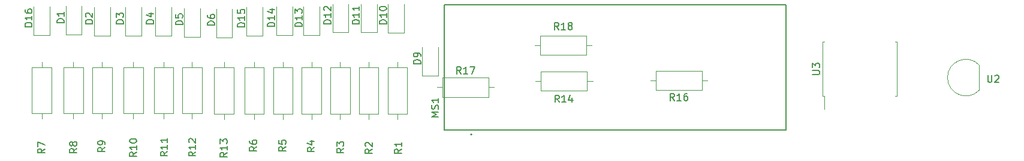
<source format=gbr>
%TF.GenerationSoftware,KiCad,Pcbnew,7.0.9*%
%TF.CreationDate,2025-01-11T11:52:04-05:00*%
%TF.ProjectId,PropellerClock,50726f70-656c-46c6-9572-436c6f636b2e,rev?*%
%TF.SameCoordinates,Original*%
%TF.FileFunction,Legend,Top*%
%TF.FilePolarity,Positive*%
%FSLAX46Y46*%
G04 Gerber Fmt 4.6, Leading zero omitted, Abs format (unit mm)*
G04 Created by KiCad (PCBNEW 7.0.9) date 2025-01-11 11:52:04*
%MOMM*%
%LPD*%
G01*
G04 APERTURE LIST*
%ADD10C,0.150000*%
%ADD11C,0.120000*%
%ADD12C,0.127000*%
%ADD13C,0.200000*%
G04 APERTURE END LIST*
D10*
X130604419Y-96940666D02*
X130128228Y-97273999D01*
X130604419Y-97512094D02*
X129604419Y-97512094D01*
X129604419Y-97512094D02*
X129604419Y-97131142D01*
X129604419Y-97131142D02*
X129652038Y-97035904D01*
X129652038Y-97035904D02*
X129699657Y-96988285D01*
X129699657Y-96988285D02*
X129794895Y-96940666D01*
X129794895Y-96940666D02*
X129937752Y-96940666D01*
X129937752Y-96940666D02*
X130032990Y-96988285D01*
X130032990Y-96988285D02*
X130080609Y-97035904D01*
X130080609Y-97035904D02*
X130128228Y-97131142D01*
X130128228Y-97131142D02*
X130128228Y-97512094D01*
X130604419Y-95988285D02*
X130604419Y-96559713D01*
X130604419Y-96273999D02*
X129604419Y-96273999D01*
X129604419Y-96273999D02*
X129747276Y-96369237D01*
X129747276Y-96369237D02*
X129842514Y-96464475D01*
X129842514Y-96464475D02*
X129890133Y-96559713D01*
X78402219Y-79547885D02*
X77402219Y-79547885D01*
X77402219Y-79547885D02*
X77402219Y-79309790D01*
X77402219Y-79309790D02*
X77449838Y-79166933D01*
X77449838Y-79166933D02*
X77545076Y-79071695D01*
X77545076Y-79071695D02*
X77640314Y-79024076D01*
X77640314Y-79024076D02*
X77830790Y-78976457D01*
X77830790Y-78976457D02*
X77973647Y-78976457D01*
X77973647Y-78976457D02*
X78164123Y-79024076D01*
X78164123Y-79024076D02*
X78259361Y-79071695D01*
X78259361Y-79071695D02*
X78354600Y-79166933D01*
X78354600Y-79166933D02*
X78402219Y-79309790D01*
X78402219Y-79309790D02*
X78402219Y-79547885D01*
X78402219Y-78024076D02*
X78402219Y-78595504D01*
X78402219Y-78309790D02*
X77402219Y-78309790D01*
X77402219Y-78309790D02*
X77545076Y-78405028D01*
X77545076Y-78405028D02*
X77640314Y-78500266D01*
X77640314Y-78500266D02*
X77687933Y-78595504D01*
X77402219Y-77166933D02*
X77402219Y-77357409D01*
X77402219Y-77357409D02*
X77449838Y-77452647D01*
X77449838Y-77452647D02*
X77497457Y-77500266D01*
X77497457Y-77500266D02*
X77640314Y-77595504D01*
X77640314Y-77595504D02*
X77830790Y-77643123D01*
X77830790Y-77643123D02*
X78211742Y-77643123D01*
X78211742Y-77643123D02*
X78306980Y-77595504D01*
X78306980Y-77595504D02*
X78354600Y-77547885D01*
X78354600Y-77547885D02*
X78402219Y-77452647D01*
X78402219Y-77452647D02*
X78402219Y-77262171D01*
X78402219Y-77262171D02*
X78354600Y-77166933D01*
X78354600Y-77166933D02*
X78306980Y-77119314D01*
X78306980Y-77119314D02*
X78211742Y-77071695D01*
X78211742Y-77071695D02*
X77973647Y-77071695D01*
X77973647Y-77071695D02*
X77878409Y-77119314D01*
X77878409Y-77119314D02*
X77830790Y-77166933D01*
X77830790Y-77166933D02*
X77783171Y-77262171D01*
X77783171Y-77262171D02*
X77783171Y-77452647D01*
X77783171Y-77452647D02*
X77830790Y-77547885D01*
X77830790Y-77547885D02*
X77878409Y-77595504D01*
X77878409Y-77595504D02*
X77973647Y-77643123D01*
X152849342Y-90294619D02*
X152516009Y-89818428D01*
X152277914Y-90294619D02*
X152277914Y-89294619D01*
X152277914Y-89294619D02*
X152658866Y-89294619D01*
X152658866Y-89294619D02*
X152754104Y-89342238D01*
X152754104Y-89342238D02*
X152801723Y-89389857D01*
X152801723Y-89389857D02*
X152849342Y-89485095D01*
X152849342Y-89485095D02*
X152849342Y-89627952D01*
X152849342Y-89627952D02*
X152801723Y-89723190D01*
X152801723Y-89723190D02*
X152754104Y-89770809D01*
X152754104Y-89770809D02*
X152658866Y-89818428D01*
X152658866Y-89818428D02*
X152277914Y-89818428D01*
X153801723Y-90294619D02*
X153230295Y-90294619D01*
X153516009Y-90294619D02*
X153516009Y-89294619D01*
X153516009Y-89294619D02*
X153420771Y-89437476D01*
X153420771Y-89437476D02*
X153325533Y-89532714D01*
X153325533Y-89532714D02*
X153230295Y-89580333D01*
X154658866Y-89627952D02*
X154658866Y-90294619D01*
X154420771Y-89247000D02*
X154182676Y-89961285D01*
X154182676Y-89961285D02*
X154801723Y-89961285D01*
X91323019Y-79122494D02*
X90323019Y-79122494D01*
X90323019Y-79122494D02*
X90323019Y-78884399D01*
X90323019Y-78884399D02*
X90370638Y-78741542D01*
X90370638Y-78741542D02*
X90465876Y-78646304D01*
X90465876Y-78646304D02*
X90561114Y-78598685D01*
X90561114Y-78598685D02*
X90751590Y-78551066D01*
X90751590Y-78551066D02*
X90894447Y-78551066D01*
X90894447Y-78551066D02*
X91084923Y-78598685D01*
X91084923Y-78598685D02*
X91180161Y-78646304D01*
X91180161Y-78646304D02*
X91275400Y-78741542D01*
X91275400Y-78741542D02*
X91323019Y-78884399D01*
X91323019Y-78884399D02*
X91323019Y-79122494D01*
X90323019Y-78217732D02*
X90323019Y-77598685D01*
X90323019Y-77598685D02*
X90703971Y-77932018D01*
X90703971Y-77932018D02*
X90703971Y-77789161D01*
X90703971Y-77789161D02*
X90751590Y-77693923D01*
X90751590Y-77693923D02*
X90799209Y-77646304D01*
X90799209Y-77646304D02*
X90894447Y-77598685D01*
X90894447Y-77598685D02*
X91132542Y-77598685D01*
X91132542Y-77598685D02*
X91227780Y-77646304D01*
X91227780Y-77646304D02*
X91275400Y-77693923D01*
X91275400Y-77693923D02*
X91323019Y-77789161D01*
X91323019Y-77789161D02*
X91323019Y-78074875D01*
X91323019Y-78074875D02*
X91275400Y-78170113D01*
X91275400Y-78170113D02*
X91227780Y-78217732D01*
X110132019Y-96610466D02*
X109655828Y-96943799D01*
X110132019Y-97181894D02*
X109132019Y-97181894D01*
X109132019Y-97181894D02*
X109132019Y-96800942D01*
X109132019Y-96800942D02*
X109179638Y-96705704D01*
X109179638Y-96705704D02*
X109227257Y-96658085D01*
X109227257Y-96658085D02*
X109322495Y-96610466D01*
X109322495Y-96610466D02*
X109465352Y-96610466D01*
X109465352Y-96610466D02*
X109560590Y-96658085D01*
X109560590Y-96658085D02*
X109608209Y-96705704D01*
X109608209Y-96705704D02*
X109655828Y-96800942D01*
X109655828Y-96800942D02*
X109655828Y-97181894D01*
X109132019Y-95753323D02*
X109132019Y-95943799D01*
X109132019Y-95943799D02*
X109179638Y-96039037D01*
X109179638Y-96039037D02*
X109227257Y-96086656D01*
X109227257Y-96086656D02*
X109370114Y-96181894D01*
X109370114Y-96181894D02*
X109560590Y-96229513D01*
X109560590Y-96229513D02*
X109941542Y-96229513D01*
X109941542Y-96229513D02*
X110036780Y-96181894D01*
X110036780Y-96181894D02*
X110084400Y-96134275D01*
X110084400Y-96134275D02*
X110132019Y-96039037D01*
X110132019Y-96039037D02*
X110132019Y-95848561D01*
X110132019Y-95848561D02*
X110084400Y-95753323D01*
X110084400Y-95753323D02*
X110036780Y-95705704D01*
X110036780Y-95705704D02*
X109941542Y-95658085D01*
X109941542Y-95658085D02*
X109703447Y-95658085D01*
X109703447Y-95658085D02*
X109608209Y-95705704D01*
X109608209Y-95705704D02*
X109560590Y-95753323D01*
X109560590Y-95753323D02*
X109512971Y-95848561D01*
X109512971Y-95848561D02*
X109512971Y-96039037D01*
X109512971Y-96039037D02*
X109560590Y-96134275D01*
X109560590Y-96134275D02*
X109608209Y-96181894D01*
X109608209Y-96181894D02*
X109703447Y-96229513D01*
X152773142Y-79982219D02*
X152439809Y-79506028D01*
X152201714Y-79982219D02*
X152201714Y-78982219D01*
X152201714Y-78982219D02*
X152582666Y-78982219D01*
X152582666Y-78982219D02*
X152677904Y-79029838D01*
X152677904Y-79029838D02*
X152725523Y-79077457D01*
X152725523Y-79077457D02*
X152773142Y-79172695D01*
X152773142Y-79172695D02*
X152773142Y-79315552D01*
X152773142Y-79315552D02*
X152725523Y-79410790D01*
X152725523Y-79410790D02*
X152677904Y-79458409D01*
X152677904Y-79458409D02*
X152582666Y-79506028D01*
X152582666Y-79506028D02*
X152201714Y-79506028D01*
X153725523Y-79982219D02*
X153154095Y-79982219D01*
X153439809Y-79982219D02*
X153439809Y-78982219D01*
X153439809Y-78982219D02*
X153344571Y-79125076D01*
X153344571Y-79125076D02*
X153249333Y-79220314D01*
X153249333Y-79220314D02*
X153154095Y-79267933D01*
X154296952Y-79410790D02*
X154201714Y-79363171D01*
X154201714Y-79363171D02*
X154154095Y-79315552D01*
X154154095Y-79315552D02*
X154106476Y-79220314D01*
X154106476Y-79220314D02*
X154106476Y-79172695D01*
X154106476Y-79172695D02*
X154154095Y-79077457D01*
X154154095Y-79077457D02*
X154201714Y-79029838D01*
X154201714Y-79029838D02*
X154296952Y-78982219D01*
X154296952Y-78982219D02*
X154487428Y-78982219D01*
X154487428Y-78982219D02*
X154582666Y-79029838D01*
X154582666Y-79029838D02*
X154630285Y-79077457D01*
X154630285Y-79077457D02*
X154677904Y-79172695D01*
X154677904Y-79172695D02*
X154677904Y-79220314D01*
X154677904Y-79220314D02*
X154630285Y-79315552D01*
X154630285Y-79315552D02*
X154582666Y-79363171D01*
X154582666Y-79363171D02*
X154487428Y-79410790D01*
X154487428Y-79410790D02*
X154296952Y-79410790D01*
X154296952Y-79410790D02*
X154201714Y-79458409D01*
X154201714Y-79458409D02*
X154154095Y-79506028D01*
X154154095Y-79506028D02*
X154106476Y-79601266D01*
X154106476Y-79601266D02*
X154106476Y-79791742D01*
X154106476Y-79791742D02*
X154154095Y-79886980D01*
X154154095Y-79886980D02*
X154201714Y-79934600D01*
X154201714Y-79934600D02*
X154296952Y-79982219D01*
X154296952Y-79982219D02*
X154487428Y-79982219D01*
X154487428Y-79982219D02*
X154582666Y-79934600D01*
X154582666Y-79934600D02*
X154630285Y-79886980D01*
X154630285Y-79886980D02*
X154677904Y-79791742D01*
X154677904Y-79791742D02*
X154677904Y-79601266D01*
X154677904Y-79601266D02*
X154630285Y-79506028D01*
X154630285Y-79506028D02*
X154582666Y-79458409D01*
X154582666Y-79458409D02*
X154487428Y-79410790D01*
X86959419Y-79122494D02*
X85959419Y-79122494D01*
X85959419Y-79122494D02*
X85959419Y-78884399D01*
X85959419Y-78884399D02*
X86007038Y-78741542D01*
X86007038Y-78741542D02*
X86102276Y-78646304D01*
X86102276Y-78646304D02*
X86197514Y-78598685D01*
X86197514Y-78598685D02*
X86387990Y-78551066D01*
X86387990Y-78551066D02*
X86530847Y-78551066D01*
X86530847Y-78551066D02*
X86721323Y-78598685D01*
X86721323Y-78598685D02*
X86816561Y-78646304D01*
X86816561Y-78646304D02*
X86911800Y-78741542D01*
X86911800Y-78741542D02*
X86959419Y-78884399D01*
X86959419Y-78884399D02*
X86959419Y-79122494D01*
X86054657Y-78170113D02*
X86007038Y-78122494D01*
X86007038Y-78122494D02*
X85959419Y-78027256D01*
X85959419Y-78027256D02*
X85959419Y-77789161D01*
X85959419Y-77789161D02*
X86007038Y-77693923D01*
X86007038Y-77693923D02*
X86054657Y-77646304D01*
X86054657Y-77646304D02*
X86149895Y-77598685D01*
X86149895Y-77598685D02*
X86245133Y-77598685D01*
X86245133Y-77598685D02*
X86387990Y-77646304D01*
X86387990Y-77646304D02*
X86959419Y-78217732D01*
X86959419Y-78217732D02*
X86959419Y-77598685D01*
X93190219Y-97391457D02*
X92714028Y-97724790D01*
X93190219Y-97962885D02*
X92190219Y-97962885D01*
X92190219Y-97962885D02*
X92190219Y-97581933D01*
X92190219Y-97581933D02*
X92237838Y-97486695D01*
X92237838Y-97486695D02*
X92285457Y-97439076D01*
X92285457Y-97439076D02*
X92380695Y-97391457D01*
X92380695Y-97391457D02*
X92523552Y-97391457D01*
X92523552Y-97391457D02*
X92618790Y-97439076D01*
X92618790Y-97439076D02*
X92666409Y-97486695D01*
X92666409Y-97486695D02*
X92714028Y-97581933D01*
X92714028Y-97581933D02*
X92714028Y-97962885D01*
X93190219Y-96439076D02*
X93190219Y-97010504D01*
X93190219Y-96724790D02*
X92190219Y-96724790D01*
X92190219Y-96724790D02*
X92333076Y-96820028D01*
X92333076Y-96820028D02*
X92428314Y-96915266D01*
X92428314Y-96915266D02*
X92475933Y-97010504D01*
X92190219Y-95820028D02*
X92190219Y-95724790D01*
X92190219Y-95724790D02*
X92237838Y-95629552D01*
X92237838Y-95629552D02*
X92285457Y-95581933D01*
X92285457Y-95581933D02*
X92380695Y-95534314D01*
X92380695Y-95534314D02*
X92571171Y-95486695D01*
X92571171Y-95486695D02*
X92809266Y-95486695D01*
X92809266Y-95486695D02*
X92999742Y-95534314D01*
X92999742Y-95534314D02*
X93094980Y-95581933D01*
X93094980Y-95581933D02*
X93142600Y-95629552D01*
X93142600Y-95629552D02*
X93190219Y-95724790D01*
X93190219Y-95724790D02*
X93190219Y-95820028D01*
X93190219Y-95820028D02*
X93142600Y-95915266D01*
X93142600Y-95915266D02*
X93094980Y-95962885D01*
X93094980Y-95962885D02*
X92999742Y-96010504D01*
X92999742Y-96010504D02*
X92809266Y-96058123D01*
X92809266Y-96058123D02*
X92571171Y-96058123D01*
X92571171Y-96058123D02*
X92380695Y-96010504D01*
X92380695Y-96010504D02*
X92285457Y-95962885D01*
X92285457Y-95962885D02*
X92237838Y-95915266D01*
X92237838Y-95915266D02*
X92190219Y-95820028D01*
X213385495Y-86449819D02*
X213385495Y-87259342D01*
X213385495Y-87259342D02*
X213433114Y-87354580D01*
X213433114Y-87354580D02*
X213480733Y-87402200D01*
X213480733Y-87402200D02*
X213575971Y-87449819D01*
X213575971Y-87449819D02*
X213766447Y-87449819D01*
X213766447Y-87449819D02*
X213861685Y-87402200D01*
X213861685Y-87402200D02*
X213909304Y-87354580D01*
X213909304Y-87354580D02*
X213956923Y-87259342D01*
X213956923Y-87259342D02*
X213956923Y-86449819D01*
X214385495Y-86545057D02*
X214433114Y-86497438D01*
X214433114Y-86497438D02*
X214528352Y-86449819D01*
X214528352Y-86449819D02*
X214766447Y-86449819D01*
X214766447Y-86449819D02*
X214861685Y-86497438D01*
X214861685Y-86497438D02*
X214909304Y-86545057D01*
X214909304Y-86545057D02*
X214956923Y-86640295D01*
X214956923Y-86640295D02*
X214956923Y-86735533D01*
X214956923Y-86735533D02*
X214909304Y-86878390D01*
X214909304Y-86878390D02*
X214337876Y-87449819D01*
X214337876Y-87449819D02*
X214956923Y-87449819D01*
X124627619Y-79141485D02*
X123627619Y-79141485D01*
X123627619Y-79141485D02*
X123627619Y-78903390D01*
X123627619Y-78903390D02*
X123675238Y-78760533D01*
X123675238Y-78760533D02*
X123770476Y-78665295D01*
X123770476Y-78665295D02*
X123865714Y-78617676D01*
X123865714Y-78617676D02*
X124056190Y-78570057D01*
X124056190Y-78570057D02*
X124199047Y-78570057D01*
X124199047Y-78570057D02*
X124389523Y-78617676D01*
X124389523Y-78617676D02*
X124484761Y-78665295D01*
X124484761Y-78665295D02*
X124580000Y-78760533D01*
X124580000Y-78760533D02*
X124627619Y-78903390D01*
X124627619Y-78903390D02*
X124627619Y-79141485D01*
X124627619Y-77617676D02*
X124627619Y-78189104D01*
X124627619Y-77903390D02*
X123627619Y-77903390D01*
X123627619Y-77903390D02*
X123770476Y-77998628D01*
X123770476Y-77998628D02*
X123865714Y-78093866D01*
X123865714Y-78093866D02*
X123913333Y-78189104D01*
X124627619Y-76665295D02*
X124627619Y-77236723D01*
X124627619Y-76951009D02*
X123627619Y-76951009D01*
X123627619Y-76951009D02*
X123770476Y-77046247D01*
X123770476Y-77046247D02*
X123865714Y-77141485D01*
X123865714Y-77141485D02*
X123913333Y-77236723D01*
X108447819Y-79573285D02*
X107447819Y-79573285D01*
X107447819Y-79573285D02*
X107447819Y-79335190D01*
X107447819Y-79335190D02*
X107495438Y-79192333D01*
X107495438Y-79192333D02*
X107590676Y-79097095D01*
X107590676Y-79097095D02*
X107685914Y-79049476D01*
X107685914Y-79049476D02*
X107876390Y-79001857D01*
X107876390Y-79001857D02*
X108019247Y-79001857D01*
X108019247Y-79001857D02*
X108209723Y-79049476D01*
X108209723Y-79049476D02*
X108304961Y-79097095D01*
X108304961Y-79097095D02*
X108400200Y-79192333D01*
X108400200Y-79192333D02*
X108447819Y-79335190D01*
X108447819Y-79335190D02*
X108447819Y-79573285D01*
X108447819Y-78049476D02*
X108447819Y-78620904D01*
X108447819Y-78335190D02*
X107447819Y-78335190D01*
X107447819Y-78335190D02*
X107590676Y-78430428D01*
X107590676Y-78430428D02*
X107685914Y-78525666D01*
X107685914Y-78525666D02*
X107733533Y-78620904D01*
X107447819Y-77144714D02*
X107447819Y-77620904D01*
X107447819Y-77620904D02*
X107924009Y-77668523D01*
X107924009Y-77668523D02*
X107876390Y-77620904D01*
X107876390Y-77620904D02*
X107828771Y-77525666D01*
X107828771Y-77525666D02*
X107828771Y-77287571D01*
X107828771Y-77287571D02*
X107876390Y-77192333D01*
X107876390Y-77192333D02*
X107924009Y-77144714D01*
X107924009Y-77144714D02*
X108019247Y-77097095D01*
X108019247Y-77097095D02*
X108257342Y-77097095D01*
X108257342Y-77097095D02*
X108352580Y-77144714D01*
X108352580Y-77144714D02*
X108400200Y-77192333D01*
X108400200Y-77192333D02*
X108447819Y-77287571D01*
X108447819Y-77287571D02*
X108447819Y-77525666D01*
X108447819Y-77525666D02*
X108400200Y-77620904D01*
X108400200Y-77620904D02*
X108352580Y-77668523D01*
X112680819Y-79522485D02*
X111680819Y-79522485D01*
X111680819Y-79522485D02*
X111680819Y-79284390D01*
X111680819Y-79284390D02*
X111728438Y-79141533D01*
X111728438Y-79141533D02*
X111823676Y-79046295D01*
X111823676Y-79046295D02*
X111918914Y-78998676D01*
X111918914Y-78998676D02*
X112109390Y-78951057D01*
X112109390Y-78951057D02*
X112252247Y-78951057D01*
X112252247Y-78951057D02*
X112442723Y-78998676D01*
X112442723Y-78998676D02*
X112537961Y-79046295D01*
X112537961Y-79046295D02*
X112633200Y-79141533D01*
X112633200Y-79141533D02*
X112680819Y-79284390D01*
X112680819Y-79284390D02*
X112680819Y-79522485D01*
X112680819Y-77998676D02*
X112680819Y-78570104D01*
X112680819Y-78284390D02*
X111680819Y-78284390D01*
X111680819Y-78284390D02*
X111823676Y-78379628D01*
X111823676Y-78379628D02*
X111918914Y-78474866D01*
X111918914Y-78474866D02*
X111966533Y-78570104D01*
X112014152Y-77141533D02*
X112680819Y-77141533D01*
X111633200Y-77379628D02*
X112347485Y-77617723D01*
X112347485Y-77617723D02*
X112347485Y-76998676D01*
X116525019Y-79522485D02*
X115525019Y-79522485D01*
X115525019Y-79522485D02*
X115525019Y-79284390D01*
X115525019Y-79284390D02*
X115572638Y-79141533D01*
X115572638Y-79141533D02*
X115667876Y-79046295D01*
X115667876Y-79046295D02*
X115763114Y-78998676D01*
X115763114Y-78998676D02*
X115953590Y-78951057D01*
X115953590Y-78951057D02*
X116096447Y-78951057D01*
X116096447Y-78951057D02*
X116286923Y-78998676D01*
X116286923Y-78998676D02*
X116382161Y-79046295D01*
X116382161Y-79046295D02*
X116477400Y-79141533D01*
X116477400Y-79141533D02*
X116525019Y-79284390D01*
X116525019Y-79284390D02*
X116525019Y-79522485D01*
X116525019Y-77998676D02*
X116525019Y-78570104D01*
X116525019Y-78284390D02*
X115525019Y-78284390D01*
X115525019Y-78284390D02*
X115667876Y-78379628D01*
X115667876Y-78379628D02*
X115763114Y-78474866D01*
X115763114Y-78474866D02*
X115810733Y-78570104D01*
X115525019Y-77665342D02*
X115525019Y-77046295D01*
X115525019Y-77046295D02*
X115905971Y-77379628D01*
X115905971Y-77379628D02*
X115905971Y-77236771D01*
X115905971Y-77236771D02*
X115953590Y-77141533D01*
X115953590Y-77141533D02*
X116001209Y-77093914D01*
X116001209Y-77093914D02*
X116096447Y-77046295D01*
X116096447Y-77046295D02*
X116334542Y-77046295D01*
X116334542Y-77046295D02*
X116429780Y-77093914D01*
X116429780Y-77093914D02*
X116477400Y-77141533D01*
X116477400Y-77141533D02*
X116525019Y-77236771D01*
X116525019Y-77236771D02*
X116525019Y-77522485D01*
X116525019Y-77522485D02*
X116477400Y-77617723D01*
X116477400Y-77617723D02*
X116429780Y-77665342D01*
X82934819Y-78995494D02*
X81934819Y-78995494D01*
X81934819Y-78995494D02*
X81934819Y-78757399D01*
X81934819Y-78757399D02*
X81982438Y-78614542D01*
X81982438Y-78614542D02*
X82077676Y-78519304D01*
X82077676Y-78519304D02*
X82172914Y-78471685D01*
X82172914Y-78471685D02*
X82363390Y-78424066D01*
X82363390Y-78424066D02*
X82506247Y-78424066D01*
X82506247Y-78424066D02*
X82696723Y-78471685D01*
X82696723Y-78471685D02*
X82791961Y-78519304D01*
X82791961Y-78519304D02*
X82887200Y-78614542D01*
X82887200Y-78614542D02*
X82934819Y-78757399D01*
X82934819Y-78757399D02*
X82934819Y-78995494D01*
X82934819Y-77471685D02*
X82934819Y-78043113D01*
X82934819Y-77757399D02*
X81934819Y-77757399D01*
X81934819Y-77757399D02*
X82077676Y-77852637D01*
X82077676Y-77852637D02*
X82172914Y-77947875D01*
X82172914Y-77947875D02*
X82220533Y-78043113D01*
X114272219Y-96610466D02*
X113796028Y-96943799D01*
X114272219Y-97181894D02*
X113272219Y-97181894D01*
X113272219Y-97181894D02*
X113272219Y-96800942D01*
X113272219Y-96800942D02*
X113319838Y-96705704D01*
X113319838Y-96705704D02*
X113367457Y-96658085D01*
X113367457Y-96658085D02*
X113462695Y-96610466D01*
X113462695Y-96610466D02*
X113605552Y-96610466D01*
X113605552Y-96610466D02*
X113700790Y-96658085D01*
X113700790Y-96658085D02*
X113748409Y-96705704D01*
X113748409Y-96705704D02*
X113796028Y-96800942D01*
X113796028Y-96800942D02*
X113796028Y-97181894D01*
X113272219Y-95705704D02*
X113272219Y-96181894D01*
X113272219Y-96181894D02*
X113748409Y-96229513D01*
X113748409Y-96229513D02*
X113700790Y-96181894D01*
X113700790Y-96181894D02*
X113653171Y-96086656D01*
X113653171Y-96086656D02*
X113653171Y-95848561D01*
X113653171Y-95848561D02*
X113700790Y-95753323D01*
X113700790Y-95753323D02*
X113748409Y-95705704D01*
X113748409Y-95705704D02*
X113843647Y-95658085D01*
X113843647Y-95658085D02*
X114081742Y-95658085D01*
X114081742Y-95658085D02*
X114176980Y-95705704D01*
X114176980Y-95705704D02*
X114224600Y-95753323D01*
X114224600Y-95753323D02*
X114272219Y-95848561D01*
X114272219Y-95848561D02*
X114272219Y-96086656D01*
X114272219Y-96086656D02*
X114224600Y-96181894D01*
X114224600Y-96181894D02*
X114176980Y-96229513D01*
X84732019Y-96864466D02*
X84255828Y-97197799D01*
X84732019Y-97435894D02*
X83732019Y-97435894D01*
X83732019Y-97435894D02*
X83732019Y-97054942D01*
X83732019Y-97054942D02*
X83779638Y-96959704D01*
X83779638Y-96959704D02*
X83827257Y-96912085D01*
X83827257Y-96912085D02*
X83922495Y-96864466D01*
X83922495Y-96864466D02*
X84065352Y-96864466D01*
X84065352Y-96864466D02*
X84160590Y-96912085D01*
X84160590Y-96912085D02*
X84208209Y-96959704D01*
X84208209Y-96959704D02*
X84255828Y-97054942D01*
X84255828Y-97054942D02*
X84255828Y-97435894D01*
X84160590Y-96293037D02*
X84112971Y-96388275D01*
X84112971Y-96388275D02*
X84065352Y-96435894D01*
X84065352Y-96435894D02*
X83970114Y-96483513D01*
X83970114Y-96483513D02*
X83922495Y-96483513D01*
X83922495Y-96483513D02*
X83827257Y-96435894D01*
X83827257Y-96435894D02*
X83779638Y-96388275D01*
X83779638Y-96388275D02*
X83732019Y-96293037D01*
X83732019Y-96293037D02*
X83732019Y-96102561D01*
X83732019Y-96102561D02*
X83779638Y-96007323D01*
X83779638Y-96007323D02*
X83827257Y-95959704D01*
X83827257Y-95959704D02*
X83922495Y-95912085D01*
X83922495Y-95912085D02*
X83970114Y-95912085D01*
X83970114Y-95912085D02*
X84065352Y-95959704D01*
X84065352Y-95959704D02*
X84112971Y-96007323D01*
X84112971Y-96007323D02*
X84160590Y-96102561D01*
X84160590Y-96102561D02*
X84160590Y-96293037D01*
X84160590Y-96293037D02*
X84208209Y-96388275D01*
X84208209Y-96388275D02*
X84255828Y-96435894D01*
X84255828Y-96435894D02*
X84351066Y-96483513D01*
X84351066Y-96483513D02*
X84541542Y-96483513D01*
X84541542Y-96483513D02*
X84636780Y-96435894D01*
X84636780Y-96435894D02*
X84684400Y-96388275D01*
X84684400Y-96388275D02*
X84732019Y-96293037D01*
X84732019Y-96293037D02*
X84732019Y-96102561D01*
X84732019Y-96102561D02*
X84684400Y-96007323D01*
X84684400Y-96007323D02*
X84636780Y-95959704D01*
X84636780Y-95959704D02*
X84541542Y-95912085D01*
X84541542Y-95912085D02*
X84351066Y-95912085D01*
X84351066Y-95912085D02*
X84255828Y-95959704D01*
X84255828Y-95959704D02*
X84208209Y-96007323D01*
X84208209Y-96007323D02*
X84160590Y-96102561D01*
X95576219Y-79122494D02*
X94576219Y-79122494D01*
X94576219Y-79122494D02*
X94576219Y-78884399D01*
X94576219Y-78884399D02*
X94623838Y-78741542D01*
X94623838Y-78741542D02*
X94719076Y-78646304D01*
X94719076Y-78646304D02*
X94814314Y-78598685D01*
X94814314Y-78598685D02*
X95004790Y-78551066D01*
X95004790Y-78551066D02*
X95147647Y-78551066D01*
X95147647Y-78551066D02*
X95338123Y-78598685D01*
X95338123Y-78598685D02*
X95433361Y-78646304D01*
X95433361Y-78646304D02*
X95528600Y-78741542D01*
X95528600Y-78741542D02*
X95576219Y-78884399D01*
X95576219Y-78884399D02*
X95576219Y-79122494D01*
X94909552Y-77693923D02*
X95576219Y-77693923D01*
X94528600Y-77932018D02*
X95242885Y-78170113D01*
X95242885Y-78170113D02*
X95242885Y-77551066D01*
X80210819Y-96915266D02*
X79734628Y-97248599D01*
X80210819Y-97486694D02*
X79210819Y-97486694D01*
X79210819Y-97486694D02*
X79210819Y-97105742D01*
X79210819Y-97105742D02*
X79258438Y-97010504D01*
X79258438Y-97010504D02*
X79306057Y-96962885D01*
X79306057Y-96962885D02*
X79401295Y-96915266D01*
X79401295Y-96915266D02*
X79544152Y-96915266D01*
X79544152Y-96915266D02*
X79639390Y-96962885D01*
X79639390Y-96962885D02*
X79687009Y-97010504D01*
X79687009Y-97010504D02*
X79734628Y-97105742D01*
X79734628Y-97105742D02*
X79734628Y-97486694D01*
X79210819Y-96581932D02*
X79210819Y-95915266D01*
X79210819Y-95915266D02*
X80210819Y-96343837D01*
X138980942Y-86248219D02*
X138647609Y-85772028D01*
X138409514Y-86248219D02*
X138409514Y-85248219D01*
X138409514Y-85248219D02*
X138790466Y-85248219D01*
X138790466Y-85248219D02*
X138885704Y-85295838D01*
X138885704Y-85295838D02*
X138933323Y-85343457D01*
X138933323Y-85343457D02*
X138980942Y-85438695D01*
X138980942Y-85438695D02*
X138980942Y-85581552D01*
X138980942Y-85581552D02*
X138933323Y-85676790D01*
X138933323Y-85676790D02*
X138885704Y-85724409D01*
X138885704Y-85724409D02*
X138790466Y-85772028D01*
X138790466Y-85772028D02*
X138409514Y-85772028D01*
X139933323Y-86248219D02*
X139361895Y-86248219D01*
X139647609Y-86248219D02*
X139647609Y-85248219D01*
X139647609Y-85248219D02*
X139552371Y-85391076D01*
X139552371Y-85391076D02*
X139457133Y-85486314D01*
X139457133Y-85486314D02*
X139361895Y-85533933D01*
X140266657Y-85248219D02*
X140933323Y-85248219D01*
X140933323Y-85248219D02*
X140504752Y-86248219D01*
X101521419Y-97340657D02*
X101045228Y-97673990D01*
X101521419Y-97912085D02*
X100521419Y-97912085D01*
X100521419Y-97912085D02*
X100521419Y-97531133D01*
X100521419Y-97531133D02*
X100569038Y-97435895D01*
X100569038Y-97435895D02*
X100616657Y-97388276D01*
X100616657Y-97388276D02*
X100711895Y-97340657D01*
X100711895Y-97340657D02*
X100854752Y-97340657D01*
X100854752Y-97340657D02*
X100949990Y-97388276D01*
X100949990Y-97388276D02*
X100997609Y-97435895D01*
X100997609Y-97435895D02*
X101045228Y-97531133D01*
X101045228Y-97531133D02*
X101045228Y-97912085D01*
X101521419Y-96388276D02*
X101521419Y-96959704D01*
X101521419Y-96673990D02*
X100521419Y-96673990D01*
X100521419Y-96673990D02*
X100664276Y-96769228D01*
X100664276Y-96769228D02*
X100759514Y-96864466D01*
X100759514Y-96864466D02*
X100807133Y-96959704D01*
X100616657Y-96007323D02*
X100569038Y-95959704D01*
X100569038Y-95959704D02*
X100521419Y-95864466D01*
X100521419Y-95864466D02*
X100521419Y-95626371D01*
X100521419Y-95626371D02*
X100569038Y-95531133D01*
X100569038Y-95531133D02*
X100616657Y-95483514D01*
X100616657Y-95483514D02*
X100711895Y-95435895D01*
X100711895Y-95435895D02*
X100807133Y-95435895D01*
X100807133Y-95435895D02*
X100949990Y-95483514D01*
X100949990Y-95483514D02*
X101521419Y-96054942D01*
X101521419Y-96054942D02*
X101521419Y-95435895D01*
X105966419Y-97442257D02*
X105490228Y-97775590D01*
X105966419Y-98013685D02*
X104966419Y-98013685D01*
X104966419Y-98013685D02*
X104966419Y-97632733D01*
X104966419Y-97632733D02*
X105014038Y-97537495D01*
X105014038Y-97537495D02*
X105061657Y-97489876D01*
X105061657Y-97489876D02*
X105156895Y-97442257D01*
X105156895Y-97442257D02*
X105299752Y-97442257D01*
X105299752Y-97442257D02*
X105394990Y-97489876D01*
X105394990Y-97489876D02*
X105442609Y-97537495D01*
X105442609Y-97537495D02*
X105490228Y-97632733D01*
X105490228Y-97632733D02*
X105490228Y-98013685D01*
X105966419Y-96489876D02*
X105966419Y-97061304D01*
X105966419Y-96775590D02*
X104966419Y-96775590D01*
X104966419Y-96775590D02*
X105109276Y-96870828D01*
X105109276Y-96870828D02*
X105204514Y-96966066D01*
X105204514Y-96966066D02*
X105252133Y-97061304D01*
X104966419Y-96156542D02*
X104966419Y-95537495D01*
X104966419Y-95537495D02*
X105347371Y-95870828D01*
X105347371Y-95870828D02*
X105347371Y-95727971D01*
X105347371Y-95727971D02*
X105394990Y-95632733D01*
X105394990Y-95632733D02*
X105442609Y-95585114D01*
X105442609Y-95585114D02*
X105537847Y-95537495D01*
X105537847Y-95537495D02*
X105775942Y-95537495D01*
X105775942Y-95537495D02*
X105871180Y-95585114D01*
X105871180Y-95585114D02*
X105918800Y-95632733D01*
X105918800Y-95632733D02*
X105966419Y-95727971D01*
X105966419Y-95727971D02*
X105966419Y-96013685D01*
X105966419Y-96013685D02*
X105918800Y-96108923D01*
X105918800Y-96108923D02*
X105871180Y-96156542D01*
X128463019Y-79166885D02*
X127463019Y-79166885D01*
X127463019Y-79166885D02*
X127463019Y-78928790D01*
X127463019Y-78928790D02*
X127510638Y-78785933D01*
X127510638Y-78785933D02*
X127605876Y-78690695D01*
X127605876Y-78690695D02*
X127701114Y-78643076D01*
X127701114Y-78643076D02*
X127891590Y-78595457D01*
X127891590Y-78595457D02*
X128034447Y-78595457D01*
X128034447Y-78595457D02*
X128224923Y-78643076D01*
X128224923Y-78643076D02*
X128320161Y-78690695D01*
X128320161Y-78690695D02*
X128415400Y-78785933D01*
X128415400Y-78785933D02*
X128463019Y-78928790D01*
X128463019Y-78928790D02*
X128463019Y-79166885D01*
X128463019Y-77643076D02*
X128463019Y-78214504D01*
X128463019Y-77928790D02*
X127463019Y-77928790D01*
X127463019Y-77928790D02*
X127605876Y-78024028D01*
X127605876Y-78024028D02*
X127701114Y-78119266D01*
X127701114Y-78119266D02*
X127748733Y-78214504D01*
X127463019Y-77024028D02*
X127463019Y-76928790D01*
X127463019Y-76928790D02*
X127510638Y-76833552D01*
X127510638Y-76833552D02*
X127558257Y-76785933D01*
X127558257Y-76785933D02*
X127653495Y-76738314D01*
X127653495Y-76738314D02*
X127843971Y-76690695D01*
X127843971Y-76690695D02*
X128082066Y-76690695D01*
X128082066Y-76690695D02*
X128272542Y-76738314D01*
X128272542Y-76738314D02*
X128367780Y-76785933D01*
X128367780Y-76785933D02*
X128415400Y-76833552D01*
X128415400Y-76833552D02*
X128463019Y-76928790D01*
X128463019Y-76928790D02*
X128463019Y-77024028D01*
X128463019Y-77024028D02*
X128415400Y-77119266D01*
X128415400Y-77119266D02*
X128367780Y-77166885D01*
X128367780Y-77166885D02*
X128272542Y-77214504D01*
X128272542Y-77214504D02*
X128082066Y-77262123D01*
X128082066Y-77262123D02*
X127843971Y-77262123D01*
X127843971Y-77262123D02*
X127653495Y-77214504D01*
X127653495Y-77214504D02*
X127558257Y-77166885D01*
X127558257Y-77166885D02*
X127510638Y-77119266D01*
X127510638Y-77119266D02*
X127463019Y-77024028D01*
X188630019Y-86334504D02*
X189439542Y-86334504D01*
X189439542Y-86334504D02*
X189534780Y-86286885D01*
X189534780Y-86286885D02*
X189582400Y-86239266D01*
X189582400Y-86239266D02*
X189630019Y-86144028D01*
X189630019Y-86144028D02*
X189630019Y-85953552D01*
X189630019Y-85953552D02*
X189582400Y-85858314D01*
X189582400Y-85858314D02*
X189534780Y-85810695D01*
X189534780Y-85810695D02*
X189439542Y-85763076D01*
X189439542Y-85763076D02*
X188630019Y-85763076D01*
X188630019Y-85382123D02*
X188630019Y-84763076D01*
X188630019Y-84763076D02*
X189010971Y-85096409D01*
X189010971Y-85096409D02*
X189010971Y-84953552D01*
X189010971Y-84953552D02*
X189058590Y-84858314D01*
X189058590Y-84858314D02*
X189106209Y-84810695D01*
X189106209Y-84810695D02*
X189201447Y-84763076D01*
X189201447Y-84763076D02*
X189439542Y-84763076D01*
X189439542Y-84763076D02*
X189534780Y-84810695D01*
X189534780Y-84810695D02*
X189582400Y-84858314D01*
X189582400Y-84858314D02*
X189630019Y-84953552D01*
X189630019Y-84953552D02*
X189630019Y-85239266D01*
X189630019Y-85239266D02*
X189582400Y-85334504D01*
X189582400Y-85334504D02*
X189534780Y-85382123D01*
X135811419Y-92344713D02*
X134811419Y-92344713D01*
X134811419Y-92344713D02*
X135525704Y-92011380D01*
X135525704Y-92011380D02*
X134811419Y-91678047D01*
X134811419Y-91678047D02*
X135811419Y-91678047D01*
X135763800Y-91249475D02*
X135811419Y-91106618D01*
X135811419Y-91106618D02*
X135811419Y-90868523D01*
X135811419Y-90868523D02*
X135763800Y-90773285D01*
X135763800Y-90773285D02*
X135716180Y-90725666D01*
X135716180Y-90725666D02*
X135620942Y-90678047D01*
X135620942Y-90678047D02*
X135525704Y-90678047D01*
X135525704Y-90678047D02*
X135430466Y-90725666D01*
X135430466Y-90725666D02*
X135382847Y-90773285D01*
X135382847Y-90773285D02*
X135335228Y-90868523D01*
X135335228Y-90868523D02*
X135287609Y-91058999D01*
X135287609Y-91058999D02*
X135239990Y-91154237D01*
X135239990Y-91154237D02*
X135192371Y-91201856D01*
X135192371Y-91201856D02*
X135097133Y-91249475D01*
X135097133Y-91249475D02*
X135001895Y-91249475D01*
X135001895Y-91249475D02*
X134906657Y-91201856D01*
X134906657Y-91201856D02*
X134859038Y-91154237D01*
X134859038Y-91154237D02*
X134811419Y-91058999D01*
X134811419Y-91058999D02*
X134811419Y-90820904D01*
X134811419Y-90820904D02*
X134859038Y-90678047D01*
X135811419Y-89725666D02*
X135811419Y-90297094D01*
X135811419Y-90011380D02*
X134811419Y-90011380D01*
X134811419Y-90011380D02*
X134954276Y-90106618D01*
X134954276Y-90106618D02*
X135049514Y-90201856D01*
X135049514Y-90201856D02*
X135097133Y-90297094D01*
X97533619Y-97315257D02*
X97057428Y-97648590D01*
X97533619Y-97886685D02*
X96533619Y-97886685D01*
X96533619Y-97886685D02*
X96533619Y-97505733D01*
X96533619Y-97505733D02*
X96581238Y-97410495D01*
X96581238Y-97410495D02*
X96628857Y-97362876D01*
X96628857Y-97362876D02*
X96724095Y-97315257D01*
X96724095Y-97315257D02*
X96866952Y-97315257D01*
X96866952Y-97315257D02*
X96962190Y-97362876D01*
X96962190Y-97362876D02*
X97009809Y-97410495D01*
X97009809Y-97410495D02*
X97057428Y-97505733D01*
X97057428Y-97505733D02*
X97057428Y-97886685D01*
X97533619Y-96362876D02*
X97533619Y-96934304D01*
X97533619Y-96648590D02*
X96533619Y-96648590D01*
X96533619Y-96648590D02*
X96676476Y-96743828D01*
X96676476Y-96743828D02*
X96771714Y-96839066D01*
X96771714Y-96839066D02*
X96819333Y-96934304D01*
X97533619Y-95410495D02*
X97533619Y-95981923D01*
X97533619Y-95696209D02*
X96533619Y-95696209D01*
X96533619Y-95696209D02*
X96676476Y-95791447D01*
X96676476Y-95791447D02*
X96771714Y-95886685D01*
X96771714Y-95886685D02*
X96819333Y-95981923D01*
X104184219Y-79351094D02*
X103184219Y-79351094D01*
X103184219Y-79351094D02*
X103184219Y-79112999D01*
X103184219Y-79112999D02*
X103231838Y-78970142D01*
X103231838Y-78970142D02*
X103327076Y-78874904D01*
X103327076Y-78874904D02*
X103422314Y-78827285D01*
X103422314Y-78827285D02*
X103612790Y-78779666D01*
X103612790Y-78779666D02*
X103755647Y-78779666D01*
X103755647Y-78779666D02*
X103946123Y-78827285D01*
X103946123Y-78827285D02*
X104041361Y-78874904D01*
X104041361Y-78874904D02*
X104136600Y-78970142D01*
X104136600Y-78970142D02*
X104184219Y-79112999D01*
X104184219Y-79112999D02*
X104184219Y-79351094D01*
X103184219Y-77922523D02*
X103184219Y-78112999D01*
X103184219Y-78112999D02*
X103231838Y-78208237D01*
X103231838Y-78208237D02*
X103279457Y-78255856D01*
X103279457Y-78255856D02*
X103422314Y-78351094D01*
X103422314Y-78351094D02*
X103612790Y-78398713D01*
X103612790Y-78398713D02*
X103993742Y-78398713D01*
X103993742Y-78398713D02*
X104088980Y-78351094D01*
X104088980Y-78351094D02*
X104136600Y-78303475D01*
X104136600Y-78303475D02*
X104184219Y-78208237D01*
X104184219Y-78208237D02*
X104184219Y-78017761D01*
X104184219Y-78017761D02*
X104136600Y-77922523D01*
X104136600Y-77922523D02*
X104088980Y-77874904D01*
X104088980Y-77874904D02*
X103993742Y-77827285D01*
X103993742Y-77827285D02*
X103755647Y-77827285D01*
X103755647Y-77827285D02*
X103660409Y-77874904D01*
X103660409Y-77874904D02*
X103612790Y-77922523D01*
X103612790Y-77922523D02*
X103565171Y-78017761D01*
X103565171Y-78017761D02*
X103565171Y-78208237D01*
X103565171Y-78208237D02*
X103612790Y-78303475D01*
X103612790Y-78303475D02*
X103660409Y-78351094D01*
X103660409Y-78351094D02*
X103755647Y-78398713D01*
X118285419Y-96712066D02*
X117809228Y-97045399D01*
X118285419Y-97283494D02*
X117285419Y-97283494D01*
X117285419Y-97283494D02*
X117285419Y-96902542D01*
X117285419Y-96902542D02*
X117333038Y-96807304D01*
X117333038Y-96807304D02*
X117380657Y-96759685D01*
X117380657Y-96759685D02*
X117475895Y-96712066D01*
X117475895Y-96712066D02*
X117618752Y-96712066D01*
X117618752Y-96712066D02*
X117713990Y-96759685D01*
X117713990Y-96759685D02*
X117761609Y-96807304D01*
X117761609Y-96807304D02*
X117809228Y-96902542D01*
X117809228Y-96902542D02*
X117809228Y-97283494D01*
X117618752Y-95854923D02*
X118285419Y-95854923D01*
X117237800Y-96093018D02*
X117952085Y-96331113D01*
X117952085Y-96331113D02*
X117952085Y-95712066D01*
X133280219Y-84812094D02*
X132280219Y-84812094D01*
X132280219Y-84812094D02*
X132280219Y-84573999D01*
X132280219Y-84573999D02*
X132327838Y-84431142D01*
X132327838Y-84431142D02*
X132423076Y-84335904D01*
X132423076Y-84335904D02*
X132518314Y-84288285D01*
X132518314Y-84288285D02*
X132708790Y-84240666D01*
X132708790Y-84240666D02*
X132851647Y-84240666D01*
X132851647Y-84240666D02*
X133042123Y-84288285D01*
X133042123Y-84288285D02*
X133137361Y-84335904D01*
X133137361Y-84335904D02*
X133232600Y-84431142D01*
X133232600Y-84431142D02*
X133280219Y-84573999D01*
X133280219Y-84573999D02*
X133280219Y-84812094D01*
X133280219Y-83764475D02*
X133280219Y-83573999D01*
X133280219Y-83573999D02*
X133232600Y-83478761D01*
X133232600Y-83478761D02*
X133184980Y-83431142D01*
X133184980Y-83431142D02*
X133042123Y-83335904D01*
X133042123Y-83335904D02*
X132851647Y-83288285D01*
X132851647Y-83288285D02*
X132470695Y-83288285D01*
X132470695Y-83288285D02*
X132375457Y-83335904D01*
X132375457Y-83335904D02*
X132327838Y-83383523D01*
X132327838Y-83383523D02*
X132280219Y-83478761D01*
X132280219Y-83478761D02*
X132280219Y-83669237D01*
X132280219Y-83669237D02*
X132327838Y-83764475D01*
X132327838Y-83764475D02*
X132375457Y-83812094D01*
X132375457Y-83812094D02*
X132470695Y-83859713D01*
X132470695Y-83859713D02*
X132708790Y-83859713D01*
X132708790Y-83859713D02*
X132804028Y-83812094D01*
X132804028Y-83812094D02*
X132851647Y-83764475D01*
X132851647Y-83764475D02*
X132899266Y-83669237D01*
X132899266Y-83669237D02*
X132899266Y-83478761D01*
X132899266Y-83478761D02*
X132851647Y-83383523D01*
X132851647Y-83383523D02*
X132804028Y-83335904D01*
X132804028Y-83335904D02*
X132708790Y-83288285D01*
X99677019Y-79274894D02*
X98677019Y-79274894D01*
X98677019Y-79274894D02*
X98677019Y-79036799D01*
X98677019Y-79036799D02*
X98724638Y-78893942D01*
X98724638Y-78893942D02*
X98819876Y-78798704D01*
X98819876Y-78798704D02*
X98915114Y-78751085D01*
X98915114Y-78751085D02*
X99105590Y-78703466D01*
X99105590Y-78703466D02*
X99248447Y-78703466D01*
X99248447Y-78703466D02*
X99438923Y-78751085D01*
X99438923Y-78751085D02*
X99534161Y-78798704D01*
X99534161Y-78798704D02*
X99629400Y-78893942D01*
X99629400Y-78893942D02*
X99677019Y-79036799D01*
X99677019Y-79036799D02*
X99677019Y-79274894D01*
X98677019Y-77798704D02*
X98677019Y-78274894D01*
X98677019Y-78274894D02*
X99153209Y-78322513D01*
X99153209Y-78322513D02*
X99105590Y-78274894D01*
X99105590Y-78274894D02*
X99057971Y-78179656D01*
X99057971Y-78179656D02*
X99057971Y-77941561D01*
X99057971Y-77941561D02*
X99105590Y-77846323D01*
X99105590Y-77846323D02*
X99153209Y-77798704D01*
X99153209Y-77798704D02*
X99248447Y-77751085D01*
X99248447Y-77751085D02*
X99486542Y-77751085D01*
X99486542Y-77751085D02*
X99581780Y-77798704D01*
X99581780Y-77798704D02*
X99629400Y-77846323D01*
X99629400Y-77846323D02*
X99677019Y-77941561D01*
X99677019Y-77941561D02*
X99677019Y-78179656D01*
X99677019Y-78179656D02*
X99629400Y-78274894D01*
X99629400Y-78274894D02*
X99581780Y-78322513D01*
X122425619Y-96839066D02*
X121949428Y-97172399D01*
X122425619Y-97410494D02*
X121425619Y-97410494D01*
X121425619Y-97410494D02*
X121425619Y-97029542D01*
X121425619Y-97029542D02*
X121473238Y-96934304D01*
X121473238Y-96934304D02*
X121520857Y-96886685D01*
X121520857Y-96886685D02*
X121616095Y-96839066D01*
X121616095Y-96839066D02*
X121758952Y-96839066D01*
X121758952Y-96839066D02*
X121854190Y-96886685D01*
X121854190Y-96886685D02*
X121901809Y-96934304D01*
X121901809Y-96934304D02*
X121949428Y-97029542D01*
X121949428Y-97029542D02*
X121949428Y-97410494D01*
X121425619Y-96505732D02*
X121425619Y-95886685D01*
X121425619Y-95886685D02*
X121806571Y-96220018D01*
X121806571Y-96220018D02*
X121806571Y-96077161D01*
X121806571Y-96077161D02*
X121854190Y-95981923D01*
X121854190Y-95981923D02*
X121901809Y-95934304D01*
X121901809Y-95934304D02*
X121997047Y-95886685D01*
X121997047Y-95886685D02*
X122235142Y-95886685D01*
X122235142Y-95886685D02*
X122330380Y-95934304D01*
X122330380Y-95934304D02*
X122378000Y-95981923D01*
X122378000Y-95981923D02*
X122425619Y-96077161D01*
X122425619Y-96077161D02*
X122425619Y-96362875D01*
X122425619Y-96362875D02*
X122378000Y-96458113D01*
X122378000Y-96458113D02*
X122330380Y-96505732D01*
X126464219Y-96940666D02*
X125988028Y-97273999D01*
X126464219Y-97512094D02*
X125464219Y-97512094D01*
X125464219Y-97512094D02*
X125464219Y-97131142D01*
X125464219Y-97131142D02*
X125511838Y-97035904D01*
X125511838Y-97035904D02*
X125559457Y-96988285D01*
X125559457Y-96988285D02*
X125654695Y-96940666D01*
X125654695Y-96940666D02*
X125797552Y-96940666D01*
X125797552Y-96940666D02*
X125892790Y-96988285D01*
X125892790Y-96988285D02*
X125940409Y-97035904D01*
X125940409Y-97035904D02*
X125988028Y-97131142D01*
X125988028Y-97131142D02*
X125988028Y-97512094D01*
X125559457Y-96559713D02*
X125511838Y-96512094D01*
X125511838Y-96512094D02*
X125464219Y-96416856D01*
X125464219Y-96416856D02*
X125464219Y-96178761D01*
X125464219Y-96178761D02*
X125511838Y-96083523D01*
X125511838Y-96083523D02*
X125559457Y-96035904D01*
X125559457Y-96035904D02*
X125654695Y-95988285D01*
X125654695Y-95988285D02*
X125749933Y-95988285D01*
X125749933Y-95988285D02*
X125892790Y-96035904D01*
X125892790Y-96035904D02*
X126464219Y-96607332D01*
X126464219Y-96607332D02*
X126464219Y-95988285D01*
X120614419Y-79141485D02*
X119614419Y-79141485D01*
X119614419Y-79141485D02*
X119614419Y-78903390D01*
X119614419Y-78903390D02*
X119662038Y-78760533D01*
X119662038Y-78760533D02*
X119757276Y-78665295D01*
X119757276Y-78665295D02*
X119852514Y-78617676D01*
X119852514Y-78617676D02*
X120042990Y-78570057D01*
X120042990Y-78570057D02*
X120185847Y-78570057D01*
X120185847Y-78570057D02*
X120376323Y-78617676D01*
X120376323Y-78617676D02*
X120471561Y-78665295D01*
X120471561Y-78665295D02*
X120566800Y-78760533D01*
X120566800Y-78760533D02*
X120614419Y-78903390D01*
X120614419Y-78903390D02*
X120614419Y-79141485D01*
X120614419Y-77617676D02*
X120614419Y-78189104D01*
X120614419Y-77903390D02*
X119614419Y-77903390D01*
X119614419Y-77903390D02*
X119757276Y-77998628D01*
X119757276Y-77998628D02*
X119852514Y-78093866D01*
X119852514Y-78093866D02*
X119900133Y-78189104D01*
X119709657Y-77236723D02*
X119662038Y-77189104D01*
X119662038Y-77189104D02*
X119614419Y-77093866D01*
X119614419Y-77093866D02*
X119614419Y-76855771D01*
X119614419Y-76855771D02*
X119662038Y-76760533D01*
X119662038Y-76760533D02*
X119709657Y-76712914D01*
X119709657Y-76712914D02*
X119804895Y-76665295D01*
X119804895Y-76665295D02*
X119900133Y-76665295D01*
X119900133Y-76665295D02*
X120042990Y-76712914D01*
X120042990Y-76712914D02*
X120614419Y-77284342D01*
X120614419Y-77284342D02*
X120614419Y-76665295D01*
X88719819Y-96712066D02*
X88243628Y-97045399D01*
X88719819Y-97283494D02*
X87719819Y-97283494D01*
X87719819Y-97283494D02*
X87719819Y-96902542D01*
X87719819Y-96902542D02*
X87767438Y-96807304D01*
X87767438Y-96807304D02*
X87815057Y-96759685D01*
X87815057Y-96759685D02*
X87910295Y-96712066D01*
X87910295Y-96712066D02*
X88053152Y-96712066D01*
X88053152Y-96712066D02*
X88148390Y-96759685D01*
X88148390Y-96759685D02*
X88196009Y-96807304D01*
X88196009Y-96807304D02*
X88243628Y-96902542D01*
X88243628Y-96902542D02*
X88243628Y-97283494D01*
X88719819Y-96235875D02*
X88719819Y-96045399D01*
X88719819Y-96045399D02*
X88672200Y-95950161D01*
X88672200Y-95950161D02*
X88624580Y-95902542D01*
X88624580Y-95902542D02*
X88481723Y-95807304D01*
X88481723Y-95807304D02*
X88291247Y-95759685D01*
X88291247Y-95759685D02*
X87910295Y-95759685D01*
X87910295Y-95759685D02*
X87815057Y-95807304D01*
X87815057Y-95807304D02*
X87767438Y-95854923D01*
X87767438Y-95854923D02*
X87719819Y-95950161D01*
X87719819Y-95950161D02*
X87719819Y-96140637D01*
X87719819Y-96140637D02*
X87767438Y-96235875D01*
X87767438Y-96235875D02*
X87815057Y-96283494D01*
X87815057Y-96283494D02*
X87910295Y-96331113D01*
X87910295Y-96331113D02*
X88148390Y-96331113D01*
X88148390Y-96331113D02*
X88243628Y-96283494D01*
X88243628Y-96283494D02*
X88291247Y-96235875D01*
X88291247Y-96235875D02*
X88338866Y-96140637D01*
X88338866Y-96140637D02*
X88338866Y-95950161D01*
X88338866Y-95950161D02*
X88291247Y-95854923D01*
X88291247Y-95854923D02*
X88243628Y-95807304D01*
X88243628Y-95807304D02*
X88148390Y-95759685D01*
X169130742Y-90048419D02*
X168797409Y-89572228D01*
X168559314Y-90048419D02*
X168559314Y-89048419D01*
X168559314Y-89048419D02*
X168940266Y-89048419D01*
X168940266Y-89048419D02*
X169035504Y-89096038D01*
X169035504Y-89096038D02*
X169083123Y-89143657D01*
X169083123Y-89143657D02*
X169130742Y-89238895D01*
X169130742Y-89238895D02*
X169130742Y-89381752D01*
X169130742Y-89381752D02*
X169083123Y-89476990D01*
X169083123Y-89476990D02*
X169035504Y-89524609D01*
X169035504Y-89524609D02*
X168940266Y-89572228D01*
X168940266Y-89572228D02*
X168559314Y-89572228D01*
X170083123Y-90048419D02*
X169511695Y-90048419D01*
X169797409Y-90048419D02*
X169797409Y-89048419D01*
X169797409Y-89048419D02*
X169702171Y-89191276D01*
X169702171Y-89191276D02*
X169606933Y-89286514D01*
X169606933Y-89286514D02*
X169511695Y-89334133D01*
X170940266Y-89048419D02*
X170749790Y-89048419D01*
X170749790Y-89048419D02*
X170654552Y-89096038D01*
X170654552Y-89096038D02*
X170606933Y-89143657D01*
X170606933Y-89143657D02*
X170511695Y-89286514D01*
X170511695Y-89286514D02*
X170464076Y-89476990D01*
X170464076Y-89476990D02*
X170464076Y-89857942D01*
X170464076Y-89857942D02*
X170511695Y-89953180D01*
X170511695Y-89953180D02*
X170559314Y-90000800D01*
X170559314Y-90000800D02*
X170654552Y-90048419D01*
X170654552Y-90048419D02*
X170845028Y-90048419D01*
X170845028Y-90048419D02*
X170940266Y-90000800D01*
X170940266Y-90000800D02*
X170987885Y-89953180D01*
X170987885Y-89953180D02*
X171035504Y-89857942D01*
X171035504Y-89857942D02*
X171035504Y-89619847D01*
X171035504Y-89619847D02*
X170987885Y-89524609D01*
X170987885Y-89524609D02*
X170940266Y-89476990D01*
X170940266Y-89476990D02*
X170845028Y-89429371D01*
X170845028Y-89429371D02*
X170654552Y-89429371D01*
X170654552Y-89429371D02*
X170559314Y-89476990D01*
X170559314Y-89476990D02*
X170511695Y-89524609D01*
X170511695Y-89524609D02*
X170464076Y-89619847D01*
D11*
%TO.C,R1*%
X130028800Y-84606000D02*
X130028800Y-85376000D01*
X131398800Y-85376000D02*
X128658800Y-85376000D01*
X128658800Y-85376000D02*
X128658800Y-91916000D01*
X131398800Y-91916000D02*
X131398800Y-85376000D01*
X128658800Y-91916000D02*
X131398800Y-91916000D01*
X130028800Y-92686000D02*
X130028800Y-91916000D01*
%TO.C,D16*%
X78632400Y-80793600D02*
X80902400Y-80793600D01*
X80902400Y-80793600D02*
X80902400Y-76733600D01*
X78632400Y-76733600D02*
X78632400Y-80793600D01*
%TO.C,R14*%
X149503000Y-87299800D02*
X150273000Y-87299800D01*
X150273000Y-85929800D02*
X150273000Y-88669800D01*
X150273000Y-88669800D02*
X156813000Y-88669800D01*
X156813000Y-85929800D02*
X150273000Y-85929800D01*
X156813000Y-88669800D02*
X156813000Y-85929800D01*
X157583000Y-87299800D02*
X156813000Y-87299800D01*
%TO.C,D3*%
X91553200Y-80844400D02*
X93823200Y-80844400D01*
X93823200Y-80844400D02*
X93823200Y-76784400D01*
X91553200Y-76784400D02*
X91553200Y-80844400D01*
%TO.C,R6*%
X109778800Y-84606000D02*
X109778800Y-85376000D01*
X111148800Y-85376000D02*
X108408800Y-85376000D01*
X108408800Y-85376000D02*
X108408800Y-91916000D01*
X111148800Y-91916000D02*
X111148800Y-85376000D01*
X108408800Y-91916000D02*
X111148800Y-91916000D01*
X109778800Y-92686000D02*
X109778800Y-91916000D01*
%TO.C,R18*%
X149401400Y-82194400D02*
X150171400Y-82194400D01*
X150171400Y-80824400D02*
X150171400Y-83564400D01*
X150171400Y-83564400D02*
X156711400Y-83564400D01*
X156711400Y-80824400D02*
X150171400Y-80824400D01*
X156711400Y-83564400D02*
X156711400Y-80824400D01*
X157481400Y-82194400D02*
X156711400Y-82194400D01*
%TO.C,D2*%
X87189600Y-80844400D02*
X89459600Y-80844400D01*
X89459600Y-80844400D02*
X89459600Y-76784400D01*
X87189600Y-76784400D02*
X87189600Y-80844400D01*
%TO.C,R10*%
X92710000Y-84580600D02*
X92710000Y-85350600D01*
X94080000Y-85350600D02*
X91340000Y-85350600D01*
X91340000Y-85350600D02*
X91340000Y-91890600D01*
X94080000Y-91890600D02*
X94080000Y-85350600D01*
X91340000Y-91890600D02*
X94080000Y-91890600D01*
X92710000Y-92660600D02*
X92710000Y-91890600D01*
%TO.C,U2*%
X212136600Y-88591800D02*
X212136600Y-84991800D01*
X207686600Y-86791800D02*
G75*
G03*
X212125078Y-88630278I2600000J0D01*
G01*
X212125078Y-84953322D02*
G75*
G03*
X207686600Y-86791800I-1838478J-1838478D01*
G01*
%TO.C,D11*%
X124857800Y-80387200D02*
X127127800Y-80387200D01*
X127127800Y-80387200D02*
X127127800Y-76327200D01*
X124857800Y-76327200D02*
X124857800Y-80387200D01*
%TO.C,D15*%
X108678000Y-80819000D02*
X110948000Y-80819000D01*
X110948000Y-80819000D02*
X110948000Y-76759000D01*
X108678000Y-76759000D02*
X108678000Y-80819000D01*
%TO.C,D14*%
X112911000Y-80768200D02*
X115181000Y-80768200D01*
X115181000Y-80768200D02*
X115181000Y-76708200D01*
X112911000Y-76708200D02*
X112911000Y-80768200D01*
%TO.C,D13*%
X116755200Y-80768200D02*
X119025200Y-80768200D01*
X119025200Y-80768200D02*
X119025200Y-76708200D01*
X116755200Y-76708200D02*
X116755200Y-80768200D01*
%TO.C,D1*%
X83165000Y-80717400D02*
X85435000Y-80717400D01*
X85435000Y-80717400D02*
X85435000Y-76657400D01*
X83165000Y-76657400D02*
X83165000Y-80717400D01*
%TO.C,R5*%
X113828800Y-84606000D02*
X113828800Y-85376000D01*
X115198800Y-85376000D02*
X112458800Y-85376000D01*
X112458800Y-85376000D02*
X112458800Y-91916000D01*
X115198800Y-91916000D02*
X115198800Y-85376000D01*
X112458800Y-91916000D02*
X115198800Y-91916000D01*
X113828800Y-92686000D02*
X113828800Y-91916000D01*
%TO.C,R8*%
X84251800Y-84580600D02*
X84251800Y-85350600D01*
X85621800Y-85350600D02*
X82881800Y-85350600D01*
X82881800Y-85350600D02*
X82881800Y-91890600D01*
X85621800Y-91890600D02*
X85621800Y-85350600D01*
X82881800Y-91890600D02*
X85621800Y-91890600D01*
X84251800Y-92660600D02*
X84251800Y-91890600D01*
%TO.C,D4*%
X95806400Y-80844400D02*
X98076400Y-80844400D01*
X98076400Y-80844400D02*
X98076400Y-76784400D01*
X95806400Y-76784400D02*
X95806400Y-80844400D01*
%TO.C,R7*%
X79781400Y-84580600D02*
X79781400Y-85350600D01*
X81151400Y-85350600D02*
X78411400Y-85350600D01*
X78411400Y-85350600D02*
X78411400Y-91890600D01*
X81151400Y-91890600D02*
X81151400Y-85350600D01*
X78411400Y-91890600D02*
X81151400Y-91890600D01*
X79781400Y-92660600D02*
X79781400Y-91890600D01*
%TO.C,R17*%
X143663800Y-88163400D02*
X142893800Y-88163400D01*
X142893800Y-89533400D02*
X142893800Y-86793400D01*
X142893800Y-86793400D02*
X136353800Y-86793400D01*
X136353800Y-89533400D02*
X142893800Y-89533400D01*
X136353800Y-86793400D02*
X136353800Y-89533400D01*
X135583800Y-88163400D02*
X136353800Y-88163400D01*
%TO.C,R12*%
X101015800Y-84580600D02*
X101015800Y-85350600D01*
X102385800Y-85350600D02*
X99645800Y-85350600D01*
X99645800Y-85350600D02*
X99645800Y-91890600D01*
X102385800Y-91890600D02*
X102385800Y-85350600D01*
X99645800Y-91890600D02*
X102385800Y-91890600D01*
X101015800Y-92660600D02*
X101015800Y-91890600D01*
%TO.C,R13*%
X105511600Y-84606000D02*
X105511600Y-85376000D01*
X106881600Y-85376000D02*
X104141600Y-85376000D01*
X104141600Y-85376000D02*
X104141600Y-91916000D01*
X106881600Y-91916000D02*
X106881600Y-85376000D01*
X104141600Y-91916000D02*
X106881600Y-91916000D01*
X105511600Y-92686000D02*
X105511600Y-91916000D01*
%TO.C,D10*%
X128693200Y-80412600D02*
X130963200Y-80412600D01*
X130963200Y-80412600D02*
X130963200Y-76352600D01*
X128693200Y-76352600D02*
X128693200Y-80412600D01*
%TO.C,U3*%
X190015200Y-89432600D02*
X190270200Y-89432600D01*
X190270200Y-89432600D02*
X190270200Y-91247600D01*
X200535200Y-89432600D02*
X200280200Y-89432600D01*
X190015200Y-85572600D02*
X190015200Y-89432600D01*
X190015200Y-85572600D02*
X190015200Y-81712600D01*
X200535200Y-85572600D02*
X200535200Y-89432600D01*
X200535200Y-85572600D02*
X200535200Y-81712600D01*
X190015200Y-81712600D02*
X190270200Y-81712600D01*
X200535200Y-81712600D02*
X200280200Y-81712600D01*
D12*
%TO.C,MS1*%
X136626600Y-94234000D02*
X136626600Y-76454000D01*
X184886600Y-94234000D02*
X136626600Y-94234000D01*
X184886600Y-94234000D02*
X184886600Y-76454000D01*
X184886600Y-76454000D02*
X136626600Y-76454000D01*
D13*
X140536600Y-94869000D02*
G75*
G03*
X140536600Y-94869000I-100000J0D01*
G01*
D11*
%TO.C,R11*%
X96977200Y-84580600D02*
X96977200Y-85350600D01*
X98347200Y-85350600D02*
X95607200Y-85350600D01*
X95607200Y-85350600D02*
X95607200Y-91890600D01*
X98347200Y-91890600D02*
X98347200Y-85350600D01*
X95607200Y-91890600D02*
X98347200Y-91890600D01*
X96977200Y-92660600D02*
X96977200Y-91890600D01*
%TO.C,D6*%
X104414400Y-81073000D02*
X106684400Y-81073000D01*
X106684400Y-81073000D02*
X106684400Y-77013000D01*
X104414400Y-77013000D02*
X104414400Y-81073000D01*
%TO.C,R4*%
X117878800Y-84606000D02*
X117878800Y-85376000D01*
X119248800Y-85376000D02*
X116508800Y-85376000D01*
X116508800Y-85376000D02*
X116508800Y-91916000D01*
X119248800Y-91916000D02*
X119248800Y-85376000D01*
X116508800Y-91916000D02*
X119248800Y-91916000D01*
X117878800Y-92686000D02*
X117878800Y-91916000D01*
%TO.C,D9*%
X133510400Y-86534000D02*
X135780400Y-86534000D01*
X135780400Y-86534000D02*
X135780400Y-82474000D01*
X133510400Y-82474000D02*
X133510400Y-86534000D01*
%TO.C,D5*%
X99907200Y-80996800D02*
X102177200Y-80996800D01*
X102177200Y-80996800D02*
X102177200Y-76936800D01*
X99907200Y-76936800D02*
X99907200Y-80996800D01*
%TO.C,R3*%
X121928800Y-84606000D02*
X121928800Y-85376000D01*
X123298800Y-85376000D02*
X120558800Y-85376000D01*
X120558800Y-85376000D02*
X120558800Y-91916000D01*
X123298800Y-91916000D02*
X123298800Y-85376000D01*
X120558800Y-91916000D02*
X123298800Y-91916000D01*
X121928800Y-92686000D02*
X121928800Y-91916000D01*
%TO.C,R2*%
X125978800Y-84606000D02*
X125978800Y-85376000D01*
X127348800Y-85376000D02*
X124608800Y-85376000D01*
X124608800Y-85376000D02*
X124608800Y-91916000D01*
X127348800Y-91916000D02*
X127348800Y-85376000D01*
X124608800Y-91916000D02*
X127348800Y-91916000D01*
X125978800Y-92686000D02*
X125978800Y-91916000D01*
%TO.C,D12*%
X120844600Y-80387200D02*
X123114600Y-80387200D01*
X123114600Y-80387200D02*
X123114600Y-76327200D01*
X120844600Y-76327200D02*
X120844600Y-80387200D01*
%TO.C,R9*%
X88315800Y-84580600D02*
X88315800Y-85350600D01*
X89685800Y-85350600D02*
X86945800Y-85350600D01*
X86945800Y-85350600D02*
X86945800Y-91890600D01*
X89685800Y-91890600D02*
X89685800Y-85350600D01*
X86945800Y-91890600D02*
X89685800Y-91890600D01*
X88315800Y-92660600D02*
X88315800Y-91890600D01*
%TO.C,R16*%
X173813600Y-87223600D02*
X173043600Y-87223600D01*
X173043600Y-88593600D02*
X173043600Y-85853600D01*
X173043600Y-85853600D02*
X166503600Y-85853600D01*
X166503600Y-88593600D02*
X173043600Y-88593600D01*
X166503600Y-85853600D02*
X166503600Y-88593600D01*
X165733600Y-87223600D02*
X166503600Y-87223600D01*
%TD*%
M02*

</source>
